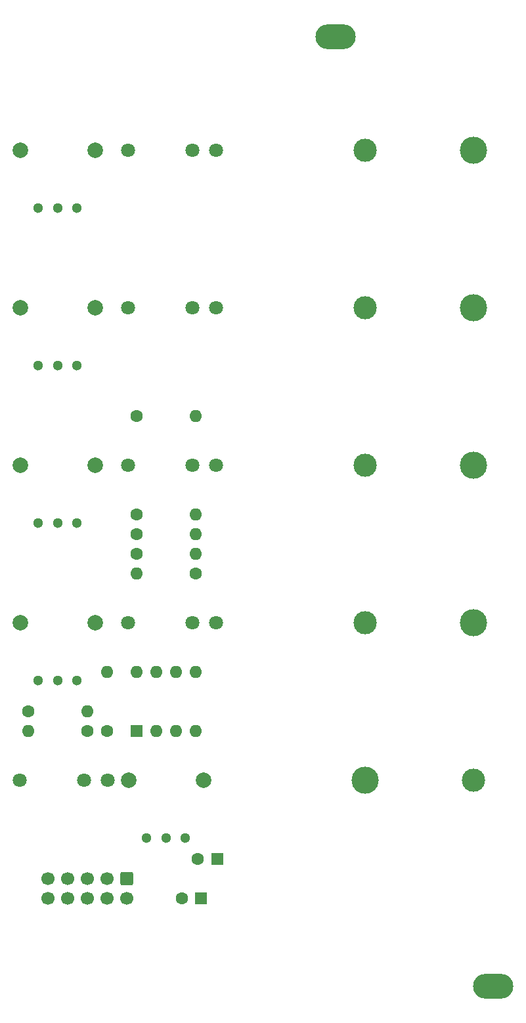
<source format=gbr>
%TF.GenerationSoftware,KiCad,Pcbnew,8.0.1-8.0.1-1~ubuntu22.04.1*%
%TF.CreationDate,2024-04-08T16:27:00+02:00*%
%TF.ProjectId,HagiwoEurorackMixer,48616769-776f-4457-9572-6f7261636b4d,rev?*%
%TF.SameCoordinates,Original*%
%TF.FileFunction,Soldermask,Bot*%
%TF.FilePolarity,Negative*%
%FSLAX46Y46*%
G04 Gerber Fmt 4.6, Leading zero omitted, Abs format (unit mm)*
G04 Created by KiCad (PCBNEW 8.0.1-8.0.1-1~ubuntu22.04.1) date 2024-04-08 16:27:00*
%MOMM*%
%LPD*%
G01*
G04 APERTURE LIST*
G04 Aperture macros list*
%AMRoundRect*
0 Rectangle with rounded corners*
0 $1 Rounding radius*
0 $2 $3 $4 $5 $6 $7 $8 $9 X,Y pos of 4 corners*
0 Add a 4 corners polygon primitive as box body*
4,1,4,$2,$3,$4,$5,$6,$7,$8,$9,$2,$3,0*
0 Add four circle primitives for the rounded corners*
1,1,$1+$1,$2,$3*
1,1,$1+$1,$4,$5*
1,1,$1+$1,$6,$7*
1,1,$1+$1,$8,$9*
0 Add four rect primitives between the rounded corners*
20,1,$1+$1,$2,$3,$4,$5,0*
20,1,$1+$1,$4,$5,$6,$7,0*
20,1,$1+$1,$6,$7,$8,$9,0*
20,1,$1+$1,$8,$9,$2,$3,0*%
G04 Aperture macros list end*
%ADD10C,3.500000*%
%ADD11C,1.800000*%
%ADD12C,1.600000*%
%ADD13O,1.600000X1.600000*%
%ADD14C,2.000000*%
%ADD15C,1.300000*%
%ADD16R,1.600000X1.600000*%
%ADD17C,3.000000*%
%ADD18RoundRect,0.250000X-0.600000X0.600000X-0.600000X-0.600000X0.600000X-0.600000X0.600000X0.600000X0*%
%ADD19C,1.700000*%
%ADD20O,5.200000X3.200000*%
G04 APERTURE END LIST*
D10*
%TO.C,REF\u002A\u002A*%
X129540000Y-114120000D03*
%TD*%
%TO.C,REF\u002A\u002A*%
X129540000Y-93800000D03*
%TD*%
D11*
%TO.C,J3*%
X96370000Y-93800000D03*
X84970000Y-93800000D03*
X93270000Y-93800000D03*
%TD*%
D10*
%TO.C,REF\u002A\u002A*%
X115570000Y-134440000D03*
%TD*%
D12*
%TO.C,R5*%
X93700000Y-107770000D03*
D13*
X86080000Y-107770000D03*
%TD*%
D12*
%TO.C,R7*%
X82270000Y-128090000D03*
D13*
X82270000Y-120470000D03*
%TD*%
D11*
%TO.C,J5*%
X82400000Y-134440000D03*
X71000000Y-134440000D03*
X79300000Y-134440000D03*
%TD*%
D14*
%TO.C,RV4*%
X71120000Y-114120000D03*
X80720000Y-114120000D03*
D15*
X73420000Y-121620000D03*
X75920000Y-121620000D03*
X78420000Y-121620000D03*
%TD*%
D12*
%TO.C,R4*%
X86080000Y-105230000D03*
D13*
X93700000Y-105230000D03*
%TD*%
D16*
%TO.C,C2*%
X96494000Y-144600000D03*
D12*
X93994000Y-144600000D03*
%TD*%
D17*
%TO.C,REF\u002A\u002A*%
X115570000Y-73480000D03*
%TD*%
D16*
%TO.C,U2*%
X86080000Y-128090000D03*
D13*
X88620000Y-128090000D03*
X91160000Y-128090000D03*
X93700000Y-128090000D03*
X93700000Y-120470000D03*
X91160000Y-120470000D03*
X88620000Y-120470000D03*
X86080000Y-120470000D03*
%TD*%
D17*
%TO.C,REF\u002A\u002A*%
X115570000Y-53160000D03*
%TD*%
D18*
%TO.C,J6*%
X84810000Y-147140000D03*
D19*
X84810000Y-149680000D03*
X82270000Y-147140000D03*
X82270000Y-149680000D03*
X79730000Y-147140000D03*
X79730000Y-149680000D03*
X77190000Y-147140000D03*
X77190000Y-149680000D03*
X74650000Y-147140000D03*
X74650000Y-149680000D03*
%TD*%
D14*
%TO.C,RV5*%
X85097034Y-134440000D03*
X94697034Y-134440000D03*
D15*
X87397034Y-141940000D03*
X89897034Y-141940000D03*
X92397034Y-141940000D03*
%TD*%
D12*
%TO.C,R1*%
X86080000Y-87450000D03*
D13*
X93700000Y-87450000D03*
%TD*%
D17*
%TO.C,REF\u002A\u002A*%
X129540000Y-134440000D03*
%TD*%
D20*
%TO.C,REF\u002A\u002A*%
X111760000Y-38557200D03*
%TD*%
D14*
%TO.C,RV1*%
X71120000Y-53160000D03*
X80720000Y-53160000D03*
D15*
X73420000Y-60660000D03*
X75920000Y-60660000D03*
X78420000Y-60660000D03*
%TD*%
D16*
%TO.C,C1*%
X94422000Y-149680000D03*
D12*
X91922000Y-149680000D03*
%TD*%
%TO.C,R3*%
X86080000Y-102690000D03*
D13*
X93700000Y-102690000D03*
%TD*%
D17*
%TO.C,REF\u002A\u002A*%
X115570000Y-93800000D03*
%TD*%
D10*
%TO.C,REF\u002A\u002A*%
X129540000Y-73480000D03*
%TD*%
D20*
%TO.C,REF\u002A\u002A*%
X132080000Y-161061400D03*
%TD*%
D11*
%TO.C,J2*%
X96370000Y-73480000D03*
X84970000Y-73480000D03*
X93270000Y-73480000D03*
%TD*%
D12*
%TO.C,R6*%
X72110000Y-125550000D03*
D13*
X79730000Y-125550000D03*
%TD*%
D14*
%TO.C,RV3*%
X71120000Y-93800000D03*
X80720000Y-93800000D03*
D15*
X73420000Y-101300000D03*
X75920000Y-101300000D03*
X78420000Y-101300000D03*
%TD*%
D12*
%TO.C,R8*%
X79730000Y-128090000D03*
D13*
X72110000Y-128090000D03*
%TD*%
D17*
%TO.C,REF\u002A\u002A*%
X115570000Y-114120000D03*
%TD*%
D11*
%TO.C,J4*%
X96370000Y-114120000D03*
X84970000Y-114120000D03*
X93270000Y-114120000D03*
%TD*%
D10*
%TO.C,REF\u002A\u002A*%
X129540000Y-53160000D03*
%TD*%
D11*
%TO.C,J1*%
X96370000Y-53160000D03*
X84970000Y-53160000D03*
X93270000Y-53160000D03*
%TD*%
D14*
%TO.C,RV2*%
X71120000Y-73480000D03*
X80720000Y-73480000D03*
D15*
X73420000Y-80980000D03*
X75920000Y-80980000D03*
X78420000Y-80980000D03*
%TD*%
D12*
%TO.C,R2*%
X86080000Y-100150000D03*
D13*
X93700000Y-100150000D03*
%TD*%
M02*

</source>
